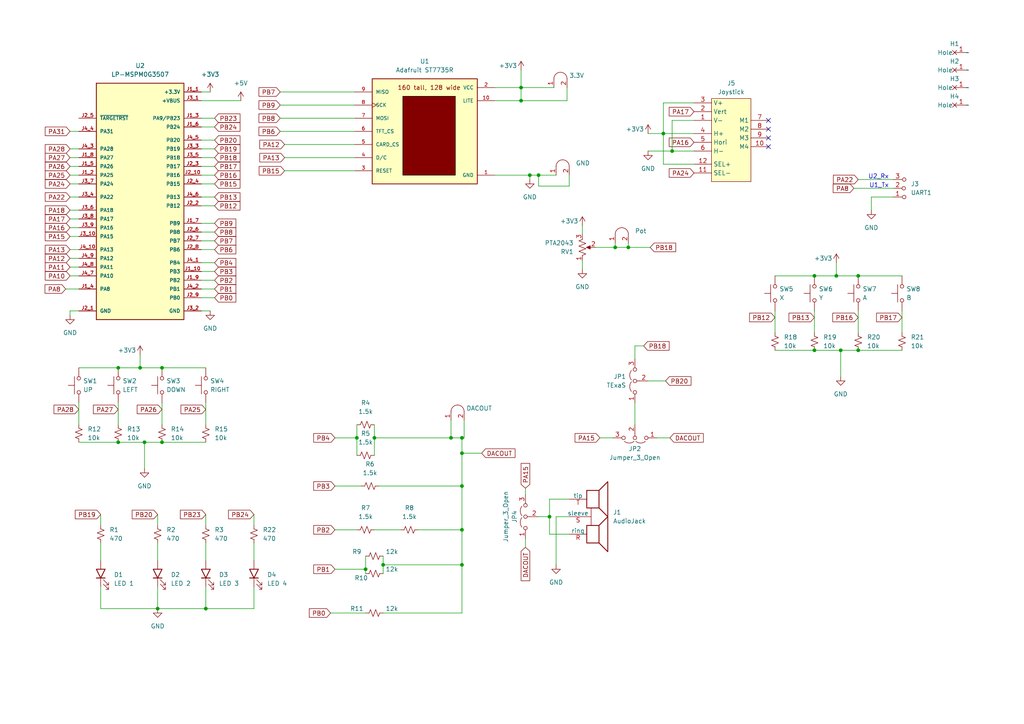
<source format=kicad_sch>
(kicad_sch (version 20250114) (generator "eeschema") (generator_version "9.0")
  (paper "A4")
  (title_block (title "Travis Beach PCB Camp") (date "2025-03-11") (rev "v1.0.1") (company "The University of Texas at Austin"))
  (lib_symbols
    (symbol "ECE319K:Adafruit_ST7735R" (pin_names (offset 1.016))
      (property "Reference" "U?" (at -15.24 16.002 0))
      (property "Value" "Adafruit ST7735R" (at -15.24 -17.78 0))
      (symbol "Adafruit_ST7735R_0_0"
        (rectangle (start -15.24 15.24) (end 15.24 -15.24) (stroke (width 0.254)) (fill (type background)))
      )
      (symbol "Adafruit_ST7735R_1_0"
        (pin output line (at -20.32 11.43 0) (length 5.08) (name "MISO") (number "9"))
        (pin input clock (at -20.32 7.62 0) (length 5.08) (name "SCK") (number "8"))
        (pin input line (at -20.32 3.81 0) (length 5.08) (name "MOSI") (number "7"))
        (pin input line (at -20.32 0 0) (length 5.08) (name "TFT_CS") (number "6"))
        (pin input line (at -20.32 -3.81 0) (length 5.08) (name "CARD_CS") (number "5"))
        (pin input line (at -20.32 -7.62 0) (length 5.08) (name "D/C") (number "4"))
        (pin input line (at -20.32 -11.43 0) (length 5.08) (name "RESET") (number "3"))
        (pin power_in line (at 20.32 12.7 180) (length 5.08) (name "VCC") (number "2"))
        (pin power_in line (at 20.32 8.89 180) (length 5.08) (name "LITE") (number "10"))
        (pin power_in line (at 20.32 -12.7 180) (length 5.08) (name "GND") (number "1"))
      )
      (symbol "Adafruit_ST7735R_1_1"
        (rectangle (start -6.35 10.16) (end 8.89 -12.7) (stroke (width 0) (color 0 0 0 1)) (fill (type color) (color 132 0 0 1)))
        (text "160 tall, 128 wide" (at 1.27 12.7 0) (effects (font (size 1.27 1.27))))
      )
    )
    (symbol "ECE319K:Header_3" (pin_names (offset 0) (hide yes))
      (property "Reference" "J" (at 0 2.794 0))
      (property "Value" "Header3" (at 0.635 -4.445 0))
      (symbol "Header_3_0_0"
        (circle (center 1.905 2.54) (radius 0.508))
      )
      (symbol "Header_3_1_0"
        (circle (center 1.905 -2.54) (radius 0.508))
        (circle (center 2.032 0) (radius 0.508))
      )
      (symbol "Header_3_1_1"
        (pin passive line (at 5.08 2.54 180) (length 2.54) (name "A") (number "1"))
        (pin passive line (at 5.08 0 180) (length 2.54) (name "B") (number "2"))
        (pin passive line (at 5.08 -2.54 180) (length 2.54) (name "C") (number "3"))
      )
    )
    (symbol "ECE319K:HeadphoneJack" (pin_names (offset 0))
      (property "Reference" "J" (at 1.27 5.715 0))
      (property "Value" "AudioJack" (at 1.27 3.81 0))
      (symbol "HeadphoneJack_0_0"
        (rectangle (start -2.54 1.27) (end 1.016 -3.81) (stroke (width 0.254)))
        (rectangle (start -2.54 -8.89) (end 1.016 -13.97) (stroke (width 0.254)))
        (polyline (pts (xy 1.016 1.27) (xy 3.556 3.81) (xy 3.556 -6.35) (xy 1.016 -3.81)) (stroke (width 0.254)))
        (polyline (pts (xy 1.016 -8.89) (xy 3.556 -6.35) (xy 3.556 -16.51) (xy 1.016 -13.97)) (stroke (width 0.254)))
      )
      (symbol "HeadphoneJack_0_1"
        (polyline (pts (xy -2.54 -6.35) (xy -1.27 -6.35) (xy -1.27 -3.81) (xy -1.27 -8.89)))
      )
      (symbol "HeadphoneJack_1_1"
        (pin input line (at -7.62 -1.27 0) (length 5.12) (name "tip") (number "T"))
        (pin input line (at -7.62 -6.35 0) (length 5.12) (name "sleeve") (number "S"))
        (pin input line (at -7.62 -11.43 0) (length 5.12) (name "ring") (number "R"))
      )
    )
    (symbol "ECE319K:Jumper_3_Open" (pin_names (offset 0) (hide yes))
      (property "Reference" "JP" (at -2.54 -2.54 0))
      (property "Value" "Jumper_3_Open" (at 0 2.794 0))
      (symbol "Jumper_3_Open_0_0"
        (circle (center -3.302 0) (radius 0.508))
        (circle (center 0 0) (radius 0.508))
        (circle (center 3.302 0) (radius 0.508))
      )
      (symbol "Jumper_3_Open_0_1"
        (arc (start -3.048 1.016) (mid -1.651 1.4992) (end -0.254 1.016))
        (polyline (pts (xy 0 -0.508) (xy 0 -1.27)))
        (arc (start 0.254 1.016) (mid 1.651 1.4992) (end 3.048 1.016))
      )
      (symbol "Jumper_3_Open_1_1"
        (pin passive line (at -6.35 0 0) (length 2.54) (name "A") (number "1"))
        (pin passive line (at 0 -3.81 90) (length 2.54) (name "C") (number "2"))
        (pin passive line (at 6.35 0 180) (length 2.54) (name "B") (number "3"))
      )
    )
    (symbol "ECE319K:LED" (pin_numbers (hide yes)) (pin_names (offset 1.016) (hide yes))
      (property "Reference" "D" (at 1.27 1.27 0))
      (property "Value" "LED" (at -5.08 -1.27 0))
      (symbol "LED_0_1"
        (polyline (pts (xy -0.508 -1.778) (xy 1.016 -3.302) (xy 1.016 -2.54) (xy 1.016 -3.302) (xy 0.254 -3.302)))
        (polyline (pts (xy -0.508 -3.048) (xy 1.016 -4.572) (xy 1.016 -3.81) (xy 1.016 -4.572) (xy 0.254 -4.572)))
        (polyline (pts (xy 0 1.27) (xy -2.54 1.27) (xy -1.27 -1.27) (xy 0 1.27)) (stroke (width 0.254)))
        (polyline (pts (xy 0 -1.27) (xy -2.54 -1.27)) (stroke (width 0.254)))
      )
      (symbol "LED_1_1"
        (pin passive line (at -1.27 3.81 270) (length 2.54) (name "A") (number "2"))
        (pin passive line (at -1.27 -3.81 90) (length 2.54) (name "K") (number "1"))
      )
    )
    (symbol "ECE319K:LP-MSPM0G3507" (pin_names (offset 1.016))
      (property "Reference" "U?" (at -12.7367 34.3099 0))
      (property "Value" "LP-MSPM0G3507" (at -10.16 -38.1 0))
      (symbol "LP-MSPM0G3507_0_0"
        (rectangle (start -12.7 -35.56) (end 12.7 33.02) (stroke (width 0.254)) (fill (type background)))
      )
      (symbol "LP-MSPM0G3507_1_0"
        (pin input line (at -17.78 22.86 0) (length 5.08) (name "~{TARGETRST}") (number "J2_5"))
        (pin bidirectional line (at -17.78 19.05 0) (length 5.08) (name "PA31") (number "J4_4"))
        (pin bidirectional line (at -17.78 13.97 0) (length 5.08) (name "PA28") (number "J4_3"))
        (pin bidirectional line (at -17.78 11.43 0) (length 5.08) (name "PA27") (number "J1_8"))
        (pin bidirectional line (at -17.78 8.89 0) (length 5.08) (name "PA26") (number "J1_5"))
        (pin bidirectional line (at -17.78 6.35 0) (length 5.08) (name "PA25") (number "J1_2"))
        (pin bidirectional line (at -17.78 3.81 0) (length 5.08) (name "PA24") (number "J3_7"))
        (pin bidirectional line (at -17.78 0 0) (length 5.08) (name "PA22") (number "J3_4"))
        (pin bidirectional line (at -17.78 -3.81 0) (length 5.08) (name "PA18") (number "J3_6"))
        (pin bidirectional line (at -17.78 -6.35 0) (length 5.08) (name "PA17") (number "J3_8"))
        (pin bidirectional line (at -17.78 -8.89 0) (length 5.08) (name "PA16") (number "J3_9"))
        (pin bidirectional line (at -17.78 -11.43 0) (length 5.08) (name "PA15") (number "J3_10"))
        (pin bidirectional line (at -17.78 -15.24 0) (length 5.08) (name "PA13") (number "J4_10"))
        (pin bidirectional line (at -17.78 -17.78 0) (length 5.08) (name "PA12") (number "J4_9"))
        (pin bidirectional line (at -17.78 -20.32 0) (length 5.08) (name "PA11") (number "J4_8"))
        (pin bidirectional line (at -17.78 -22.86 0) (length 5.08) (name "PA10") (number "J4_7"))
        (pin bidirectional line (at -17.78 -26.67 0) (length 5.08) (name "PA8") (number "J1_4"))
        (pin power_out line (at -17.78 -33.02 0) (length 5.08) (name "GND") (number "J2_1"))
        (pin power_out line (at 17.78 30.48 180) (length 5.08) (name "+3.3V") (number "J1_1"))
        (pin power_out line (at 17.78 27.94 180) (length 5.08) (name "+VBUS") (number "J3_1"))
        (pin bidirectional line (at 17.78 22.86 180) (length 5.08) (name "PA9/PB23") (number "J1_3"))
        (pin bidirectional line (at 17.78 20.32 180) (length 5.08) (name "PB24") (number "J1_6"))
        (pin bidirectional line (at 17.78 16.51 180) (length 5.08) (name "PB20") (number "J4_5"))
        (pin bidirectional line (at 17.78 13.97 180) (length 5.08) (name "PB19") (number "J3_3"))
        (pin bidirectional line (at 17.78 11.43 180) (length 5.08) (name "PB18") (number "J3_5"))
        (pin bidirectional line (at 17.78 8.89 180) (length 5.08) (name "PB17") (number "J2_3"))
        (pin bidirectional line (at 17.78 6.35 180) (length 5.08) (name "PB16") (number "J2_10"))
        (pin bidirectional line (at 17.78 3.81 180) (length 5.08) (name "PB15") (number "J2_4"))
        (pin bidirectional line (at 17.78 0 180) (length 5.08) (name "PB13") (number "J4_6"))
        (pin bidirectional line (at 17.78 -2.54 180) (length 5.08) (name "PB12") (number "J2_2"))
        (pin bidirectional line (at 17.78 -7.62 180) (length 5.08) (name "PB9") (number "J1_7"))
        (pin bidirectional line (at 17.78 -10.16 180) (length 5.08) (name "PB8") (number "J2_6"))
        (pin bidirectional line (at 17.78 -12.7 180) (length 5.08) (name "PB7") (number "J2_7"))
        (pin bidirectional line (at 17.78 -15.24 180) (length 5.08) (name "PB6") (number "J2_8"))
        (pin bidirectional line (at 17.78 -19.05 180) (length 5.08) (name "PB4") (number "J4_1"))
        (pin bidirectional line (at 17.78 -21.59 180) (length 5.08) (name "PB3") (number "J1_10"))
        (pin bidirectional line (at 17.78 -24.13 180) (length 5.08) (name "PB2") (number "J1_9"))
        (pin bidirectional line (at 17.78 -26.67 180) (length 5.08) (name "PB1") (number "J4_2"))
        (pin bidirectional line (at 17.78 -29.21 180) (length 5.08) (name "PB0") (number "J2_9"))
        (pin power_out line (at 17.78 -33.02 180) (length 5.08) (name "GND") (number "J3_2"))
      )
    )
    (symbol "ECE319K:MountingHole"
      (property "Reference" "H" (at 0 0 0))
      (symbol "MountingHole_1_1"
        (pin power_in non_logic (at 0 0 180) (length 3.81) (name "Hole") (number "1"))
      )
    )
    (symbol "ECE319K:PTA2043pot" (pin_names (offset 1.016) (hide yes))
      (property "Reference" "RV" (at -4.445 0 90))
      (property "Value" "PTA2043" (at -2.54 0 90))
      (symbol "PTA2043pot_0_1"
        (polyline (pts (xy 0 2.54) (xy 0 2.286)))
        (polyline (pts (xy 0 2.286) (xy 1.016 1.905) (xy 0 1.524) (xy -1.016 1.143) (xy 0 0.762)))
        (polyline (pts (xy 0 0.762) (xy 1.016 0.381) (xy 0 0) (xy -1.016 -0.381) (xy 0 -0.762)))
        (polyline (pts (xy 0 -0.762) (xy 1.016 -1.143) (xy 0 -1.524) (xy -1.016 -1.905) (xy 0 -2.286)))
        (polyline (pts (xy 0 -2.286) (xy 0 -2.54)))
        (polyline (pts (xy 1.143 0) (xy 2.286 0.508) (xy 2.286 -0.508) (xy 1.143 0)) (fill (type outline)))
        (polyline (pts (xy 2.54 0) (xy 1.524 0)))
      )
      (symbol "PTA2043pot_1_1"
        (pin passive line (at 0 3.81 270) (length 1.27) (name "1") (number "1"))
        (pin passive line (at 0 -3.81 90) (length 1.27) (name "3") (number "3"))
        (pin passive line (at 3.81 0 180) (length 1.27) (name "2") (number "2"))
      )
    )
    (symbol "ECE319K:R_0.125W" (pin_numbers (hide yes)) (pin_names (offset 0.254) (hide yes))
      (property "Reference" "R" (at 0.762 0.508 0))
      (property "Value" "R_0.125W" (at 0.762 -1.016 0))
      (symbol "R_0.125W_1_1"
        (polyline (pts (xy 0 1.524) (xy 1.016 1.143) (xy 0 0.762) (xy -1.016 0.381) (xy 0 0)))
        (polyline (pts (xy 0 0) (xy 1.016 -0.381) (xy 0 -0.762) (xy -1.016 -1.143) (xy 0 -1.524)))
        (pin passive line (at 0 2.54 270) (length 1.016) (name "~") (number "1"))
        (pin passive line (at 0 -2.54 90) (length 1.016) (name "~") (number "2"))
      )
    )
    (symbol "ECE319K:SW_Push" (pin_numbers (hide yes)) (pin_names (offset 1.016) (hide yes))
      (property "Reference" "SW101" (at 1.27 -1.27 90))
      (property "Value" "UP" (at -1.27 -1.27 90))
      (symbol "SW_Push_0_1"
        (circle (center -2.032 0) (radius 0.508))
        (polyline (pts (xy 0 1.27) (xy 0 3.048)))
        (circle (center 2.032 0) (radius 0.508))
        (polyline (pts (xy 2.54 1.27) (xy -2.54 1.27)))
        (pin passive line (at -5.08 0 0) (length 2.54) (name "1") (number "1"))
        (pin passive line (at 5.08 0 180) (length 2.54) (name "2") (number "2"))
      )
    )
    (symbol "ECE319K:Testpoint" (pin_names (offset 0) (hide yes))
      (property "Reference" "TP" (at 0 2.794 0))
      (property "Value" "TP" (at 0 -2.286 0))
      (symbol "Testpoint_0_1"
        (arc (start 0.0001 4.4451) (mid 1.3471 3.8871) (end 1.9051 2.5401))
        (arc (start -1.905 2.54) (mid -1.347 3.887) (end 0 4.445))
      )
      (symbol "Testpoint_1_1"
        (pin passive line (at -1.905 0 90) (length 2.54) (name "A") (number "1"))
        (pin passive line (at 1.905 0 90) (length 2.54) (name "B") (number "2"))
      )
    )
    (symbol "ECE_319K:Joystick_Sparkfun_COM-09032"
      (property "Reference" "J" (at -1.27 12.7 0))
      (property "Value" "Joystick" (at 0 0 0))
      (symbol "Joystick_Sparkfun_COM-09032_1_1"
        (rectangle (start -5.08 11.43) (end 6.35 -12.7) (fill (type background)))
        (pin passive line (at -10.16 10.16 0) (length 5.12) (name "V+") (number "3"))
        (pin passive line (at -10.16 7.62 0) (length 5.12) (name "Vert") (number "2"))
        (pin passive line (at -10.16 5.08 0) (length 5.12) (name "V-") (number "1"))
        (pin passive line (at -10.16 1.27 0) (length 5.12) (name "H+") (number "4"))
        (pin passive line (at -10.16 -1.27 0) (length 5.12) (name "Hori") (number "5"))
        (pin passive line (at -10.16 -3.81 0) (length 5.12) (name "H-") (number "6"))
        (pin passive line (at -10.16 -7.62 0) (length 5.12) (name "SEL+") (number "12"))
        (pin passive line (at -10.16 -10.16 0) (length 5.12) (name "SEL-") (number "11"))
        (pin free line (at 11.43 5.08 180) (length 5.12) (name "M1") (number "7"))
        (pin free line (at 11.43 2.54 180) (length 5.12) (name "M2") (number "8"))
        (pin free line (at 11.43 0 180) (length 5.12) (name "M3") (number "9"))
        (pin free line (at 11.43 -2.54 180) (length 5.12) (name "M4") (number "10"))
      )
    )
    (symbol "ECE_319K:Jumper_3_Open" (pin_names (offset 0) (hide yes))
      (property "Reference" "JP" (at -2.54 -2.54 0))
      (property "Value" "Jumper_3_Open" (at 0 2.794 0))
      (symbol "Jumper_3_Open_0_0"
        (circle (center -3.302 0) (radius 0.508))
        (circle (center 0 0) (radius 0.508))
        (circle (center 3.302 0) (radius 0.508))
      )
      (symbol "Jumper_3_Open_0_1"
        (arc (start -3.048 1.016) (mid -1.651 1.4992) (end -0.254 1.016))
        (polyline (pts (xy 0 -0.508) (xy 0 -1.27)))
        (arc (start 0.254 1.016) (mid 1.651 1.4992) (end 3.048 1.016))
      )
      (symbol "Jumper_3_Open_1_1"
        (pin passive line (at -6.35 0 0) (length 2.54) (name "A") (number "1"))
        (pin passive line (at 0 -3.81 90) (length 2.54) (name "C") (number "2"))
        (pin passive line (at 6.35 0 180) (length 2.54) (name "B") (number "3"))
      )
    )
    (symbol "power:+3V3" (power) (pin_names (offset 0))
      (property "Value" "+3V3" (at 0 3.556 0))
      (symbol "+3V3_0_1"
        (polyline (pts (xy -0.762 1.27) (xy 0 2.54)))
        (polyline (pts (xy 0 2.54) (xy 0.762 1.27)))
        (polyline (pts (xy 0 0) (xy 0 2.54)))
      )
      (symbol "+3V3_1_1"
        (pin power_in line (at 0 0 90) (length 0) (hide yes) (name "+3V3") (number "1"))
      )
    )
    (symbol "power:+5V" (power) (pin_names (offset 0))
      (property "Value" "+5V" (at 0 3.556 0))
      (symbol "+5V_0_1"
        (polyline (pts (xy -0.762 1.27) (xy 0 2.54)))
        (polyline (pts (xy 0 2.54) (xy 0.762 1.27)))
        (polyline (pts (xy 0 0) (xy 0 2.54)))
      )
      (symbol "+5V_1_1"
        (pin power_in line (at 0 0 90) (length 0) (hide yes) (name "+5V") (number "1"))
      )
    )
    (symbol "power:GND" (power) (pin_names (offset 0))
      (property "Value" "GND" (at 0 -3.81 0))
      (symbol "GND_0_1"
        (polyline (pts (xy 0 0) (xy 0 -1.27) (xy 1.27 -1.27) (xy 0 -2.54) (xy -1.27 -1.27) (xy 0 -1.27)))
      )
      (symbol "GND_1_1"
        (pin power_in line (at 0 0 270) (length 0) (hide yes) (name "GND") (number "1"))
      )
    )
  )
  (text "U2_Rx" (at 257.81 52.07 0) (effects (font (size 1.27 1.27)) (justify right bottom)))
  (text "U1_Tx" (at 257.81 54.61 0) (effects (font (size 1.27 1.27)) (justify right bottom)))
  (junction (at 248.92 80.01))
  (junction (at 34.29 128.27))
  (junction (at 248.92 101.6))
  (junction (at 41.91 128.27))
  (junction (at 236.22 101.6))
  (junction (at 159.385 149.86))
  (junction (at 103.505 127))
  (junction (at 45.72 176.53))
  (junction (at 46.99 106.68))
  (junction (at 178.435 71.755))
  (junction (at 133.985 131.445))
  (junction (at 106.045 165.1))
  (junction (at 34.29 106.68))
  (junction (at 108.585 127))
  (junction (at 236.22 80.01))
  (junction (at 59.69 176.53))
  (junction (at 133.985 127))
  (junction (at 243.84 101.6))
  (junction (at 153.67 50.8))
  (junction (at 151.13 25.4))
  (junction (at 133.985 163.83))
  (junction (at 156.21 50.8))
  (junction (at 192.405 38.735))
  (junction (at 242.57 80.01))
  (junction (at 130.81 127))
  (junction (at 111.125 163.83))
  (junction (at 46.99 128.27))
  (junction (at 133.985 153.67))
  (junction (at 151.13 29.21))
  (junction (at 182.245 71.755))
  (junction (at 40.64 106.68))
  (junction (at 133.985 140.97))
  (junction (at 194.945 43.815))
  (no_connect (at 222.885 34.925))
  (no_connect (at 222.885 37.465))
  (no_connect (at 222.885 40.005))
  (no_connect (at 222.885 42.545))
  (wire (pts (xy 73.66 170.18) (xy 73.66 176.53)))
  (wire (pts (xy 133.985 163.83) (xy 133.985 153.67)))
  (wire (pts (xy 59.69 149.225) (xy 59.69 152.4)))
  (wire (pts (xy 165.1 53.975) (xy 156.21 53.975)))
  (wire (pts (xy 111.125 177.8) (xy 133.985 177.8)))
  (wire (pts (xy 248.92 101.6) (xy 261.62 101.6)))
  (wire (pts (xy 58.42 86.36) (xy 62.23 86.36)))
  (wire (pts (xy 58.42 57.15) (xy 62.23 57.15)))
  (wire (pts (xy 194.945 43.815) (xy 201.295 43.815)))
  (wire (pts (xy 73.66 157.48) (xy 73.66 162.56)))
  (wire (pts (xy 81.28 38.1) (xy 102.87 38.1)))
  (wire (pts (xy 165.1 149.86) (xy 161.29 149.86)))
  (wire (pts (xy 29.21 149.225) (xy 29.21 152.4)))
  (wire (pts (xy 97.155 127) (xy 103.505 127)))
  (wire (pts (xy 248.92 80.01) (xy 261.62 80.01)))
  (wire (pts (xy 58.42 50.8) (xy 62.23 50.8)))
  (wire (pts (xy 156.21 149.86) (xy 159.385 149.86)))
  (wire (pts (xy 173.99 127) (xy 177.8 127)))
  (wire (pts (xy 20.32 91.44) (xy 20.32 90.17)))
  (wire (pts (xy 248.92 90.17) (xy 248.92 96.52)))
  (wire (pts (xy 130.81 127) (xy 133.985 127)))
  (wire (pts (xy 20.32 68.58) (xy 22.86 68.58)))
  (wire (pts (xy 58.42 26.67) (xy 60.96 26.67)))
  (wire (pts (xy 20.32 66.04) (xy 22.86 66.04)))
  (wire (pts (xy 34.29 128.27) (xy 41.91 128.27)))
  (wire (pts (xy 22.86 106.68) (xy 34.29 106.68)))
  (wire (pts (xy 164.465 25.4) (xy 164.465 29.21)))
  (wire (pts (xy 247.65 54.61) (xy 259.08 54.61)))
  (wire (pts (xy 58.42 45.72) (xy 62.23 45.72)))
  (wire (pts (xy 108.585 153.67) (xy 116.205 153.67)))
  (wire (pts (xy 34.29 106.68) (xy 40.64 106.68)))
  (wire (pts (xy 58.42 40.64) (xy 62.23 40.64)))
  (wire (pts (xy 20.32 38.1) (xy 22.86 38.1)))
  (wire (pts (xy 97.155 153.67) (xy 103.505 153.67)))
  (wire (pts (xy 34.29 116.84) (xy 34.29 123.19)))
  (wire (pts (xy 134.62 127) (xy 133.985 127)))
  (wire (pts (xy 59.69 176.53) (xy 45.72 176.53)))
  (wire (pts (xy 111.125 163.83) (xy 111.125 166.37)))
  (wire (pts (xy 111.125 163.83) (xy 133.985 163.83)))
  (wire (pts (xy 29.21 157.48) (xy 29.21 162.56)))
  (wire (pts (xy 29.21 170.18) (xy 29.21 176.53)))
  (wire (pts (xy 40.64 106.68) (xy 46.99 106.68)))
  (wire (pts (xy 152.4 141.605) (xy 152.4 143.51)))
  (wire (pts (xy 165.1 144.78) (xy 159.385 144.78)))
  (wire (pts (xy 243.84 101.6) (xy 248.92 101.6)))
  (wire (pts (xy 194.945 34.925) (xy 194.945 43.815)))
  (wire (pts (xy 59.69 157.48) (xy 59.69 162.56)))
  (wire (pts (xy 184.15 104.14) (xy 184.15 100.33)))
  (wire (pts (xy 58.42 72.39) (xy 62.23 72.39)))
  (wire (pts (xy 133.985 127) (xy 133.985 131.445)))
  (wire (pts (xy 81.28 34.29) (xy 102.87 34.29)))
  (wire (pts (xy 20.32 48.26) (xy 22.86 48.26)))
  (wire (pts (xy 58.42 83.82) (xy 62.23 83.82)))
  (wire (pts (xy 19.05 83.82) (xy 22.86 83.82)))
  (wire (pts (xy 133.985 131.445) (xy 133.985 140.97)))
  (wire (pts (xy 161.29 149.86) (xy 161.29 163.83)))
  (wire (pts (xy 187.96 110.49) (xy 193.04 110.49)))
  (wire (pts (xy 41.91 128.27) (xy 46.99 128.27)))
  (wire (pts (xy 236.22 101.6) (xy 243.84 101.6)))
  (wire (pts (xy 58.42 76.2) (xy 62.23 76.2)))
  (wire (pts (xy 243.84 101.6) (xy 243.84 109.22)))
  (wire (pts (xy 236.22 90.17) (xy 236.22 96.52)))
  (wire (pts (xy 20.32 63.5) (xy 22.86 63.5)))
  (wire (pts (xy 192.405 38.735) (xy 192.405 47.625)))
  (wire (pts (xy 106.045 161.29) (xy 106.045 165.1)))
  (wire (pts (xy 192.405 38.735) (xy 201.295 38.735)))
  (wire (pts (xy 58.42 34.29) (xy 62.23 34.29)))
  (wire (pts (xy 109.855 140.97) (xy 133.985 140.97)))
  (wire (pts (xy 97.155 165.1) (xy 106.045 165.1)))
  (wire (pts (xy 242.57 76.2) (xy 242.57 80.01)))
  (wire (pts (xy 159.385 149.86) (xy 159.385 154.94)))
  (wire (pts (xy 82.55 49.53) (xy 102.87 49.53)))
  (wire (pts (xy 46.99 128.27) (xy 59.69 128.27)))
  (wire (pts (xy 156.21 53.975) (xy 156.21 50.8)))
  (wire (pts (xy 111.125 161.29) (xy 111.125 163.83)))
  (wire (pts (xy 159.385 154.94) (xy 165.1 154.94)))
  (wire (pts (xy 45.72 157.48) (xy 45.72 162.56)))
  (wire (pts (xy 59.69 116.84) (xy 59.69 123.19)))
  (wire (pts (xy 192.405 47.625) (xy 201.295 47.625)))
  (wire (pts (xy 29.21 176.53) (xy 45.72 176.53)))
  (wire (pts (xy 58.42 64.77) (xy 62.23 64.77)))
  (wire (pts (xy 192.405 29.845) (xy 201.295 29.845)))
  (wire (pts (xy 184.15 100.33) (xy 186.69 100.33)))
  (wire (pts (xy 45.72 149.225) (xy 45.72 152.4)))
  (wire (pts (xy 151.13 25.4) (xy 151.13 20.32)))
  (wire (pts (xy 133.985 153.67) (xy 133.985 140.97)))
  (wire (pts (xy 20.32 50.8) (xy 22.86 50.8)))
  (wire (pts (xy 106.045 165.1) (xy 106.045 166.37)))
  (wire (pts (xy 248.92 52.07) (xy 259.08 52.07)))
  (wire (pts (xy 194.945 34.925) (xy 201.295 34.925)))
  (wire (pts (xy 261.62 90.17) (xy 261.62 96.52)))
  (wire (pts (xy 130.81 121.92) (xy 130.81 127)))
  (wire (pts (xy 58.42 48.26) (xy 62.23 48.26)))
  (wire (pts (xy 133.985 131.445) (xy 139.7 131.445)))
  (wire (pts (xy 40.64 102.87) (xy 40.64 106.68)))
  (wire (pts (xy 153.67 50.8) (xy 153.67 52.07)))
  (wire (pts (xy 58.42 29.21) (xy 69.85 29.21)))
  (wire (pts (xy 165.1 50.8) (xy 165.1 53.975)))
  (wire (pts (xy 172.72 71.755) (xy 178.435 71.755)))
  (wire (pts (xy 103.505 127) (xy 103.505 123.19)))
  (wire (pts (xy 168.91 75.565) (xy 168.91 78.105)))
  (wire (pts (xy 59.69 170.18) (xy 59.69 176.53)))
  (wire (pts (xy 236.22 80.01) (xy 242.57 80.01)))
  (wire (pts (xy 22.86 116.84) (xy 22.86 123.19)))
  (wire (pts (xy 242.57 80.01) (xy 248.92 80.01)))
  (wire (pts (xy 22.86 128.27) (xy 34.29 128.27)))
  (wire (pts (xy 82.55 45.72) (xy 102.87 45.72)))
  (wire (pts (xy 20.32 57.15) (xy 22.86 57.15)))
  (wire (pts (xy 121.285 153.67) (xy 133.985 153.67)))
  (wire (pts (xy 184.15 116.84) (xy 184.15 123.19)))
  (wire (pts (xy 224.79 90.17) (xy 224.79 96.52)))
  (wire (pts (xy 252.73 57.15) (xy 252.73 60.96)))
  (wire (pts (xy 178.435 71.755) (xy 182.245 71.755)))
  (wire (pts (xy 95.885 177.8) (xy 106.045 177.8)))
  (wire (pts (xy 20.32 74.93) (xy 22.86 74.93)))
  (wire (pts (xy 20.32 90.17) (xy 22.86 90.17)))
  (wire (pts (xy 151.13 29.21) (xy 151.13 25.4)))
  (wire (pts (xy 182.245 71.755) (xy 188.595 71.755)))
  (wire (pts (xy 46.99 106.68) (xy 59.69 106.68)))
  (wire (pts (xy 108.585 127) (xy 130.81 127)))
  (wire (pts (xy 103.505 127) (xy 103.505 132.08)))
  (wire (pts (xy 190.5 127) (xy 194.31 127)))
  (wire (pts (xy 224.79 101.6) (xy 236.22 101.6)))
  (wire (pts (xy 143.51 50.8) (xy 153.67 50.8)))
  (wire (pts (xy 58.42 90.17) (xy 60.96 90.17)))
  (wire (pts (xy 58.42 67.31) (xy 62.23 67.31)))
  (wire (pts (xy 187.96 43.815) (xy 194.945 43.815)))
  (wire (pts (xy 58.42 81.28) (xy 62.23 81.28)))
  (wire (pts (xy 143.51 25.4) (xy 151.13 25.4)))
  (wire (pts (xy 73.66 149.225) (xy 73.66 152.4)))
  (wire (pts (xy 108.585 127) (xy 108.585 132.08)))
  (wire (pts (xy 73.66 176.53) (xy 59.69 176.53)))
  (wire (pts (xy 41.91 128.27) (xy 41.91 135.89)))
  (wire (pts (xy 192.405 29.845) (xy 192.405 38.735)))
  (wire (pts (xy 97.155 140.97) (xy 104.775 140.97)))
  (wire (pts (xy 224.79 80.01) (xy 236.22 80.01)))
  (wire (pts (xy 20.32 80.01) (xy 22.86 80.01)))
  (wire (pts (xy 81.28 26.67) (xy 102.87 26.67)))
  (wire (pts (xy 187.96 38.735) (xy 192.405 38.735)))
  (wire (pts (xy 20.32 77.47) (xy 22.86 77.47)))
  (wire (pts (xy 58.42 53.34) (xy 62.23 53.34)))
  (wire (pts (xy 153.67 50.8) (xy 156.21 50.8)))
  (wire (pts (xy 259.08 57.15) (xy 252.73 57.15)))
  (wire (pts (xy 81.28 30.48) (xy 102.87 30.48)))
  (wire (pts (xy 46.99 116.84) (xy 46.99 123.19)))
  (wire (pts (xy 58.42 78.74) (xy 62.23 78.74)))
  (wire (pts (xy 20.32 45.72) (xy 22.86 45.72)))
  (wire (pts (xy 45.72 170.18) (xy 45.72 176.53)))
  (wire (pts (xy 151.13 25.4) (xy 160.655 25.4)))
  (wire (pts (xy 182.245 70.485) (xy 182.245 71.755)))
  (wire (pts (xy 108.585 123.19) (xy 108.585 127)))
  (wire (pts (xy 164.465 29.21) (xy 151.13 29.21)))
  (wire (pts (xy 20.32 43.18) (xy 22.86 43.18)))
  (wire (pts (xy 168.91 65.405) (xy 168.91 67.945)))
  (wire (pts (xy 20.32 72.39) (xy 22.86 72.39)))
  (wire (pts (xy 159.385 144.78) (xy 159.385 149.86)))
  (wire (pts (xy 133.985 177.8) (xy 133.985 163.83)))
  (wire (pts (xy 58.42 43.18) (xy 62.23 43.18)))
  (wire (pts (xy 178.435 70.485) (xy 178.435 71.755)))
  (wire (pts (xy 152.4 156.21) (xy 152.4 158.75)))
  (wire (pts (xy 134.62 121.92) (xy 134.62 127)))
  (wire (pts (xy 58.42 59.69) (xy 62.23 59.69)))
  (wire (pts (xy 58.42 69.85) (xy 62.23 69.85)))
  (wire (pts (xy 58.42 36.83) (xy 62.23 36.83)))
  (wire (pts (xy 20.32 60.96) (xy 22.86 60.96)))
  (wire (pts (xy 143.51 29.21) (xy 151.13 29.21)))
  (wire (pts (xy 20.32 53.34) (xy 22.86 53.34)))
  (wire (pts (xy 156.21 50.8) (xy 161.29 50.8)))
  (wire (pts (xy 82.55 41.91) (xy 102.87 41.91)))
  (global_label "PA13" (shape input) (at 82.55 45.72 180) (property "Intersheetrefs" "${INTERSHEET_REFS}" (effects (hide yes))))
  (global_label "PB4" (shape input) (at 97.155 127 180) (property "Intersheetrefs" "${INTERSHEET_REFS}" (effects (hide yes))))
  (global_label "PB8" (shape input) (at 62.23 67.31 0) (property "Intersheetrefs" "${INTERSHEET_REFS}" (effects (hide yes))))
  (global_label "PB13" (shape input) (at 236.22 92.075 180) (property "Intersheetrefs" "${INTERSHEET_REFS}" (effects (hide yes))))
  (global_label "PA12" (shape input) (at 82.55 41.91 180) (property "Intersheetrefs" "${INTERSHEET_REFS}" (effects (hide yes))))
  (global_label "PB6" (shape input) (at 62.23 72.39 0) (property "Intersheetrefs" "${INTERSHEET_REFS}" (effects (hide yes))))
  (global_label "PB6" (shape input) (at 81.28 38.1 180) (property "Intersheetrefs" "${INTERSHEET_REFS}" (effects (hide yes))))
  (global_label "PB18" (shape input) (at 186.69 100.33 0) (property "Intersheetrefs" "${INTERSHEET_REFS}" (effects (hide yes))))
  (global_label "PB15" (shape input) (at 62.23 53.34 0) (property "Intersheetrefs" "${INTERSHEET_REFS}" (effects (hide yes))))
  (global_label "PB7" (shape input) (at 81.28 26.67 180) (property "Intersheetrefs" "${INTERSHEET_REFS}" (effects (hide yes))))
  (global_label "PB20" (shape input) (at 193.04 110.49 0) (property "Intersheetrefs" "${INTERSHEET_REFS}" (effects (hide yes))))
  (global_label "PA25" (shape input) (at 20.32 50.8 180) (property "Intersheetrefs" "${INTERSHEET_REFS}" (effects (hide yes))))
  (global_label "PA27" (shape input) (at 34.29 118.745 180) (property "Intersheetrefs" "${INTERSHEET_REFS}" (effects (hide yes))))
  (global_label "PA22" (shape input) (at 20.32 57.15 180) (property "Intersheetrefs" "${INTERSHEET_REFS}" (effects (hide yes))))
  (global_label "PB12" (shape input) (at 224.79 92.075 180) (property "Intersheetrefs" "${INTERSHEET_REFS}" (effects (hide yes))))
  (global_label "PB18" (shape input) (at 62.23 45.72 0) (property "Intersheetrefs" "${INTERSHEET_REFS}" (effects (hide yes))))
  (global_label "PA24" (shape input) (at 20.32 53.34 180) (property "Intersheetrefs" "${INTERSHEET_REFS}" (effects (hide yes))))
  (global_label "PB16" (shape input) (at 248.92 92.075 180) (property "Intersheetrefs" "${INTERSHEET_REFS}" (effects (hide yes))))
  (global_label "PB7" (shape input) (at 62.23 69.85 0) (property "Intersheetrefs" "${INTERSHEET_REFS}" (effects (hide yes))))
  (global_label "PB23" (shape input) (at 59.69 149.225 180) (property "Intersheetrefs" "${INTERSHEET_REFS}" (effects (hide yes))))
  (global_label "PB23" (shape input) (at 62.23 34.29 0) (property "Intersheetrefs" "${INTERSHEET_REFS}" (effects (hide yes))))
  (global_label "PA15" (shape input) (at 20.32 68.58 180) (property "Intersheetrefs" "${INTERSHEET_REFS}" (effects (hide yes))))
  (global_label "PB18" (shape input) (at 188.595 71.755 0) (property "Intersheetrefs" "${INTERSHEET_REFS}" (effects (hide yes))))
  (global_label "PB3" (shape input) (at 62.23 78.74 0) (property "Intersheetrefs" "${INTERSHEET_REFS}" (effects (hide yes))))
  (global_label "PB20" (shape input) (at 45.72 149.225 180) (property "Intersheetrefs" "${INTERSHEET_REFS}" (effects (hide yes))))
  (global_label "PB19" (shape input) (at 29.21 149.225 180) (property "Intersheetrefs" "${INTERSHEET_REFS}" (effects (hide yes))))
  (global_label "PA31" (shape input) (at 20.32 38.1 180) (property "Intersheetrefs" "${INTERSHEET_REFS}" (effects (hide yes))))
  (global_label "PA26" (shape input) (at 20.32 48.26 180) (property "Intersheetrefs" "${INTERSHEET_REFS}" (effects (hide yes))))
  (global_label "PA17" (shape input) (at 20.32 63.5 180) (property "Intersheetrefs" "${INTERSHEET_REFS}" (effects (hide yes))))
  (global_label "PB3" (shape input) (at 97.155 140.97 180) (property "Intersheetrefs" "${INTERSHEET_REFS}" (effects (hide yes))))
  (global_label "PB9" (shape input) (at 62.23 64.77 0) (property "Intersheetrefs" "${INTERSHEET_REFS}" (effects (hide yes))))
  (global_label "PA13" (shape input) (at 20.32 72.39 180) (property "Intersheetrefs" "${INTERSHEET_REFS}" (effects (hide yes))))
  (global_label "PB17" (shape input) (at 62.23 48.26 0) (property "Intersheetrefs" "${INTERSHEET_REFS}" (effects (hide yes))))
  (global_label "PB8" (shape input) (at 81.28 34.29 180) (property "Intersheetrefs" "${INTERSHEET_REFS}" (effects (hide yes))))
  (global_label "PA28" (shape input) (at 22.86 118.745 180) (property "Intersheetrefs" "${INTERSHEET_REFS}" (effects (hide yes))))
  (global_label "PA10" (shape input) (at 20.32 80.01 180) (property "Intersheetrefs" "${INTERSHEET_REFS}" (effects (hide yes))))
  (global_label "DACOUT" (shape input) (at 139.7 131.445 0) (property "Intersheetrefs" "${INTERSHEET_REFS}" (effects (hide yes))))
  (global_label "PB17" (shape input) (at 261.62 92.075 180) (property "Intersheetrefs" "${INTERSHEET_REFS}" (effects (hide yes))))
  (global_label "PA26" (shape input) (at 46.99 118.745 180) (property "Intersheetrefs" "${INTERSHEET_REFS}" (effects (hide yes))))
  (global_label "PA17" (shape input) (at 201.295 32.385 180) (property "Intersheetrefs" "${INTERSHEET_REFS}" (effects (hide yes))))
  (global_label "PA12" (shape input) (at 20.32 74.93 180) (property "Intersheetrefs" "${INTERSHEET_REFS}" (effects (hide yes))))
  (global_label "PB0" (shape input) (at 95.885 177.8 180) (property "Intersheetrefs" "${INTERSHEET_REFS}" (effects (hide yes))))
  (global_label "PB4" (shape input) (at 62.23 76.2 0) (property "Intersheetrefs" "${INTERSHEET_REFS}" (effects (hide yes))))
  (global_label "DACOUT" (shape input) (at 194.31 127 0) (property "Intersheetrefs" "${INTERSHEET_REFS}" (effects (hide yes))))
  (global_label "PB24" (shape input) (at 62.23 36.83 0) (property "Intersheetrefs" "${INTERSHEET_REFS}" (effects (hide yes))))
  (global_label "PB13" (shape input) (at 62.23 57.15 0) (property "Intersheetrefs" "${INTERSHEET_REFS}" (effects (hide yes))))
  (global_label "PA24" (shape input) (at 201.295 50.165 180) (property "Intersheetrefs" "${INTERSHEET_REFS}" (effects (hide yes))))
  (global_label "PA11" (shape input) (at 20.32 77.47 180) (property "Intersheetrefs" "${INTERSHEET_REFS}" (effects (hide yes))))
  (global_label "PA27" (shape input) (at 20.32 45.72 180) (property "Intersheetrefs" "${INTERSHEET_REFS}" (effects (hide yes))))
  (global_label "PA18" (shape input) (at 20.32 60.96 180) (property "Intersheetrefs" "${INTERSHEET_REFS}" (effects (hide yes))))
  (global_label "DACOUT" (shape input) (at 152.4 158.75 270) (property "Intersheetrefs" "${INTERSHEET_REFS}" (effects (hide yes))))
  (global_label "PA25" (shape input) (at 59.69 118.745 180) (property "Intersheetrefs" "${INTERSHEET_REFS}" (effects (hide yes))))
  (global_label "PB12" (shape input) (at 62.23 59.69 0) (property "Intersheetrefs" "${INTERSHEET_REFS}" (effects (hide yes))))
  (global_label "PB1" (shape input) (at 62.23 83.82 0) (property "Intersheetrefs" "${INTERSHEET_REFS}" (effects (hide yes))))
  (global_label "PA16" (shape input) (at 20.32 66.04 180) (property "Intersheetrefs" "${INTERSHEET_REFS}" (effects (hide yes))))
  (global_label "PB16" (shape input) (at 62.23 50.8 0) (property "Intersheetrefs" "${INTERSHEET_REFS}" (effects (hide yes))))
  (global_label "PB20" (shape input) (at 62.23 40.64 0) (property "Intersheetrefs" "${INTERSHEET_REFS}" (effects (hide yes))))
  (global_label "PA28" (shape input) (at 20.32 43.18 180) (property "Intersheetrefs" "${INTERSHEET_REFS}" (effects (hide yes))))
  (global_label "PB24" (shape input) (at 73.66 149.225 180) (property "Intersheetrefs" "${INTERSHEET_REFS}" (effects (hide yes))))
  (global_label "PB2" (shape input) (at 97.155 153.67 180) (property "Intersheetrefs" "${INTERSHEET_REFS}" (effects (hide yes))))
  (global_label "PB9" (shape input) (at 81.28 30.48 180) (property "Intersheetrefs" "${INTERSHEET_REFS}" (effects (hide yes))))
  (global_label "PA8" (shape input) (at 19.05 83.82 180) (property "Intersheetrefs" "${INTERSHEET_REFS}" (effects (hide yes))))
  (global_label "PA16" (shape input) (at 201.295 41.275 180) (property "Intersheetrefs" "${INTERSHEET_REFS}" (effects (hide yes))))
  (global_label "PA8" (shape input) (at 247.65 54.61 180) (property "Intersheetrefs" "${INTERSHEET_REFS}" (effects (hide yes))))
  (global_label "PB1" (shape input) (at 97.155 165.1 180) (property "Intersheetrefs" "${INTERSHEET_REFS}" (effects (hide yes))))
  (global_label "PB0" (shape input) (at 62.23 86.36 0) (property "Intersheetrefs" "${INTERSHEET_REFS}" (effects (hide yes))))
  (global_label "PA15" (shape input) (at 173.99 127 180) (property "Intersheetrefs" "${INTERSHEET_REFS}" (effects (hide yes))))
  (global_label "PB19" (shape input) (at 62.23 43.18 0) (property "Intersheetrefs" "${INTERSHEET_REFS}" (effects (hide yes))))
  (global_label "PA15" (shape input) (at 152.4 141.605 90) (property "Intersheetrefs" "${INTERSHEET_REFS}" (effects (hide yes))))
  (global_label "PA22" (shape input) (at 248.92 52.07 180) (property "Intersheetrefs" "${INTERSHEET_REFS}" (effects (hide yes))))
  (global_label "PB2" (shape input) (at 62.23 81.28 0) (property "Intersheetrefs" "${INTERSHEET_REFS}" (effects (hide yes))))
  (global_label "PB15" (shape input) (at 82.55 49.53 180) (property "Intersheetrefs" "${INTERSHEET_REFS}" (effects (hide yes))))
  (symbol (lib_id "ECE319K:MountingHole") (at 280.67 30.48 0) (unit 1)
    (property "Reference" "H4" (at 276.86 27.94 0))
    (property "Value" "~" (at 280.67 30.48 0))
    (property "Footprint" "ECE319K:MountingHole_4_40" (effects (hide yes)))
  )
  (symbol (lib_id "ECE_319K:Jumper_3_Open") (at 152.4 149.86 90) (unit 1)
    (property "Reference" "JP4" (at 149.225 149.86 0))
    (property "Value" "Jumper_3_Open" (at 146.685 149.86 0))
    (property "Footprint" "ECE319K:PinHeader_1x03_P2.54mm_Vertical" (effects (hide yes)))
    (property "Description" "Jumper, 3-pole, both open" (effects (hide yes)))
  )
  (symbol (lib_id "ECE319K:Adafruit_ST7735R") (at 123.19 38.1 0) (unit 1)
    (property "Reference" "U1" (at 123.19 17.78 0))
    (property "Value" "Adafruit ST7735R" (at 123.19 20.32 0))
    (property "Footprint" "ECE319K:adafruit_st7735r" (effects (hide yes)))
    (property "Datasheet" "https://www.mouser.com/datasheet/2/737/ST7735R_V0_2-2489618.pdf" (effects (hide yes)))
    (property "Distributor" "Mouser" (effects (hide yes)))
    (property "Manufacturer" "Adafruit" (effects (hide yes)))
    (property "P/N" "358" (effects (hide yes)))
    (property "Cost" "19.95" (effects (hide yes)))
  )
  (symbol (lib_id "ECE319K:Jumper_3_Open") (at 184.15 110.49 90) (unit 1)
    (property "Reference" "JP1" (at 181.61 109.22 90) (effects (justify left)))
    (property "Value" "TExaS" (at 181.61 111.76 90) (effects (justify left)))
    (property "Footprint" "ECE319K:PinHeader_1x03_P2.54mm_Vertical" (effects (hide yes)))
  )
  (symbol (lib_id "ECE319K:R_0.125W") (at 106.045 153.67 270) (unit 1)
    (property "Reference" "R7" (at 106.045 147.32 90))
    (property "Value" "1.5k" (at 106.045 149.86 90))
    (property "Footprint" "ECE319K:R_Axial_DIN0204_L3.6mm_D1.6mm_P7.62mm_Horizontal" (effects (hide yes)))
    (property "Datasheet" "https://users.ece.utexas.edu/~valvano/mspm0/CarbonFilmresistors.pdf" (effects (hide yes)))
  )
  (symbol (lib_id "ECE319K:R_0.125W") (at 29.21 154.94 0) (unit 1)
    (property "Reference" "R1" (at 31.75 153.67 0) (effects (justify left)))
    (property "Value" "470" (at 31.75 156.21 0) (effects (justify left)))
    (property "Footprint" "ECE319K:R_Axial_DIN0204_L3.6mm_D1.6mm_P7.62mm_Horizontal" (effects (hide yes)))
    (property "Datasheet" "https://users.ece.utexas.edu/~valvano/mspm0/CarbonFilmresistors.pdf" (effects (hide yes)))
  )
  (symbol (lib_id "power:+3V3") (at 187.96 38.735 0) (unit 1)
    (property "Reference" "#PWR011" (effects (hide yes)))
    (property "Value" "+3V3" (at 184.15 37.465 0))
  )
  (symbol (lib_id "ECE319K:LED") (at 60.96 166.37 0) (unit 1)
    (property "Reference" "D3" (at 63.5 166.6874 0) (effects (justify left)))
    (property "Value" "LED 3" (at 63.5 169.2274 0) (effects (justify left)))
    (property "Footprint" "ECE319K:LED_D5.0mm" (effects (hide yes)))
    (property "Datasheet" "https://users.ece.utexas.edu/~valvano/mspm0/HLMP-4700.pdf" (effects (hide yes)))
  )
  (symbol (lib_id "ECE319K:R_0.125W") (at 118.745 153.67 270) (unit 1)
    (property "Reference" "R8" (at 118.745 147.32 90))
    (property "Value" "1.5k" (at 118.745 149.86 90))
    (property "Footprint" "ECE319K:R_Axial_DIN0204_L3.6mm_D1.6mm_P7.62mm_Horizontal" (effects (hide yes)))
    (property "Datasheet" "https://users.ece.utexas.edu/~valvano/mspm0/CarbonFilmresistors.pdf" (effects (hide yes)))
  )
  (symbol (lib_id "power:GND") (at 252.73 60.96 0) (unit 1)
    (property "Reference" "#PWR06" (effects (hide yes)))
    (property "Value" "GND" (at 252.73 66.04 0))
  )
  (symbol (lib_id "ECE319K:SW_Push") (at 34.29 111.76 90) (unit 1)
    (property "Reference" "SW2" (at 35.56 110.49 90) (effects (justify right)))
    (property "Value" "LEFT" (at 35.56 113.03 90) (effects (justify right)))
    (property "Footprint" "ECE319K:SW_PUSH_6mm" (effects (hide yes)))
  )
  (symbol (lib_id "power:GND") (at 187.96 43.815 0) (unit 1)
    (property "Reference" "#PWR012" (effects (hide yes)))
    (property "Value" "GND" (at 187.96 48.895 0))
  )
  (symbol (lib_id "ECE319K:SW_Push") (at 248.92 85.09 90) (unit 1)
    (property "Reference" "SW7" (at 250.19 83.8199 90) (effects (justify right)))
    (property "Value" "A" (at 250.19 86.3599 90) (effects (justify right)))
    (property "Footprint" "ECE319K:SW_PUSH_6mm" (effects (hide yes)))
  )
  (symbol (lib_id "ECE319K:SW_Push") (at 224.79 85.09 90) (unit 1)
    (property "Reference" "SW5" (at 226.06 83.8199 90) (effects (justify right)))
    (property "Value" "X" (at 226.06 86.3599 90) (effects (justify right)))
    (property "Footprint" "ECE319K:SW_PUSH_6mm" (effects (hide yes)))
  )
  (symbol (lib_id "ECE319K:LP-MSPM0G3507") (at 40.64 57.15 0) (unit 1)
    (property "Reference" "U2" (at 40.64 19.05 0))
    (property "Value" "LP-MSPM0G3507" (at 40.64 21.59 0))
    (property "Footprint" "ECE319K:ti_LP_MSPM0G3507" (effects (hide yes)))
    (property "Datasheet" "https://www.ti.com/tool/LP-MSPM0G3507" (effects (hide yes)))
    (property "Distributor" "Mouser" (effects (hide yes)))
    (property "Manufacturer" "Texas Instruments" (effects (hide yes)))
    (property "P/N" "LP-MSPM0G3507" (effects (hide yes)))
    (property "Cost" "22.60" (effects (hide yes)))
  )
  (symbol (lib_id "ECE319K:R_0.125W") (at 108.585 166.37 270) (unit 1)
    (property "Reference" "R10" (at 104.775 167.64 90))
    (property "Value" "12k" (at 113.665 165.1 90))
    (property "Footprint" "ECE319K:R_Axial_DIN0204_L3.6mm_D1.6mm_P7.62mm_Horizontal" (effects (hide yes)))
    (property "Datasheet" "https://users.ece.utexas.edu/~valvano/mspm0/CarbonFilmresistors.pdf" (effects (hide yes)))
  )
  (symbol (lib_id "power:+3V3") (at 40.64 102.87 0) (unit 1)
    (property "Reference" "#PWR03" (effects (hide yes)))
    (property "Value" "+3V3" (at 36.83 101.6 0))
  )
  (symbol (lib_id "ECE319K:LED") (at 46.99 166.37 0) (unit 1)
    (property "Reference" "D2" (at 49.53 166.6874 0) (effects (justify left)))
    (property "Value" "LED 2" (at 49.53 169.2274 0) (effects (justify left)))
    (property "Footprint" "ECE319K:LED_D5.0mm" (effects (hide yes)))
    (property "Datasheet" "https://users.ece.utexas.edu/~valvano/mspm0/HLMP-4700.pdf" (effects (hide yes)))
  )
  (symbol (lib_id "power:+5V") (at 69.85 29.21 0) (unit 1)
    (property "Reference" "#PWR0105" (effects (hide yes)))
    (property "Value" "+5V" (at 69.85 24.13 0))
  )
  (symbol (lib_id "ECE_319K:Jumper_3_Open") (at 184.15 127 180) (unit 1)
    (property "Reference" "JP2" (at 184.15 130.175 0))
    (property "Value" "Jumper_3_Open" (at 184.15 132.715 0))
    (property "Footprint" "ECE319K:PinHeader_1x03_P2.54mm_Vertical" (effects (hide yes)))
    (property "Description" "Jumper, 3-pole, both open" (effects (hide yes)))
  )
  (symbol (lib_id "power:GND") (at 45.72 176.53 0) (unit 1)
    (property "Reference" "#PWR0107" (effects (hide yes)))
    (property "Value" "GND" (at 45.72 181.61 0))
  )
  (symbol (lib_id "ECE319K:LED") (at 30.48 166.37 0) (unit 1)
    (property "Reference" "D1" (at 33.02 166.6874 0) (effects (justify left)))
    (property "Value" "LED 1" (at 33.02 169.2274 0) (effects (justify left)))
    (property "Footprint" "ECE319K:LED_D5.0mm" (effects (hide yes)))
    (property "Datasheet" "https://users.ece.utexas.edu/~valvano/mspm0/HLMP-4700.pdf" (effects (hide yes)))
  )
  (symbol (lib_id "power:GND") (at 20.32 91.44 0) (unit 1)
    (property "Reference" "#PWR01" (effects (hide yes)))
    (property "Value" "GND" (at 20.32 96.52 0))
  )
  (symbol (lib_id "ECE319K:R_0.125W") (at 261.62 99.06 0) (unit 1)
    (property "Reference" "R21" (at 264.16 97.79 0) (effects (justify left)))
    (property "Value" "10k" (at 264.16 100.33 0) (effects (justify left)))
    (property "Footprint" "ECE319K:R_Axial_DIN0204_L3.6mm_D1.6mm_P7.62mm_Horizontal" (effects (hide yes)))
    (property "Datasheet" "https://users.ece.utexas.edu/~valvano/mspm0/CarbonFilmresistors.pdf" (effects (hide yes)))
  )
  (symbol (lib_id "ECE319K:SW_Push") (at 22.86 111.76 90) (unit 1)
    (property "Reference" "SW1" (at 24.13 110.49 90) (effects (justify right)))
    (property "Value" "UP" (at 24.13 113.03 90) (effects (justify right)))
    (property "Footprint" "ECE319K:SW_PUSH_6mm" (effects (hide yes)))
  )
  (symbol (lib_id "power:GND") (at 243.84 109.22 0) (unit 1)
    (property "Reference" "#PWR0106" (effects (hide yes)))
    (property "Value" "GND" (at 243.84 114.3 0))
  )
  (symbol (lib_id "ECE319K:R_0.125W") (at 59.69 125.73 0) (unit 1)
    (property "Reference" "R15" (at 62.23 124.46 0) (effects (justify left)))
    (property "Value" "10k" (at 62.23 127 0) (effects (justify left)))
    (property "Footprint" "ECE319K:R_Axial_DIN0204_L3.6mm_D1.6mm_P7.62mm_Horizontal" (effects (hide yes)))
    (property "Datasheet" "https://users.ece.utexas.edu/~valvano/mspm0/CarbonFilmresistors.pdf" (effects (hide yes)))
  )
  (symbol (lib_id "ECE319K:Header_3") (at 264.16 54.61 180) (unit 1)
    (property "Reference" "J3" (at 264.16 53.34 0) (effects (justify right)))
    (property "Value" "UART1" (at 264.16 55.88 0) (effects (justify right)))
    (property "Footprint" "ECE319K:PinHeader_1x03_P2.54mm_Vertical" (effects (hide yes)))
  )
  (symbol (lib_id "ECE319K:Testpoint") (at 163.195 50.8 0) (unit 1)
    (property "Reference" "J6" (effects (hide yes)))
    (property "Value" "GND" (at 167.005 47.3074 0) (effects (justify left)))
    (property "Footprint" "ECE319K:Testpoint_1x02_P2.54mm" (effects (hide yes)))
  )
  (symbol (lib_id "ECE319K:MountingHole") (at 280.67 20.32 0) (unit 1)
    (property "Reference" "H2" (at 276.86 17.78 0))
    (property "Value" "~" (at 280.67 20.32 0))
    (property "Footprint" "ECE319K:MountingHole_4_40" (effects (hide yes)))
  )
  (symbol (lib_id "ECE319K:R_0.125W") (at 22.86 125.73 0) (unit 1)
    (property "Reference" "R12" (at 25.4 124.46 0) (effects (justify left)))
    (property "Value" "10k" (at 25.4 127 0) (effects (justify left)))
    (property "Footprint" "ECE319K:R_Axial_DIN0204_L3.6mm_D1.6mm_P7.62mm_Horizontal" (effects (hide yes)))
    (property "Datasheet" "https://users.ece.utexas.edu/~valvano/mspm0/CarbonFilmresistors.pdf" (effects (hide yes)))
  )
  (symbol (lib_id "ECE319K:PTA2043pot") (at 168.91 71.755 0) (mirror x) (unit 1)
    (property "Reference" "RV1" (at 166.37 73.025 0) (effects (justify right)))
    (property "Value" "PTA2043" (at 166.37 70.485 0) (effects (justify right)))
    (property "Footprint" "ECE319K:PTA2043pot" (effects (hide yes)))
  )
  (symbol (lib_id "ECE319K:R_0.125W") (at 224.79 99.06 0) (unit 1)
    (property "Reference" "R18" (at 227.33 97.79 0) (effects (justify left)))
    (property "Value" "10k" (at 227.33 100.33 0) (effects (justify left)))
    (property "Footprint" "ECE319K:R_Axial_DIN0204_L3.6mm_D1.6mm_P7.62mm_Horizontal" (effects (hide yes)))
    (property "Datasheet" "https://users.ece.utexas.edu/~valvano/mspm0/CarbonFilmresistors.pdf" (effects (hide yes)))
  )
  (symbol (lib_id "power:GND") (at 153.67 52.07 0) (unit 1)
    (property "Reference" "#PWR0108" (effects (hide yes)))
    (property "Value" "GND" (at 153.67 57.15 0))
  )
  (symbol (lib_id "ECE319K:MountingHole") (at 280.67 15.24 0) (unit 1)
    (property "Reference" "H1" (at 276.86 12.7 0))
    (property "Value" "~" (at 280.67 15.24 0))
    (property "Footprint" "ECE319K:MountingHole_4_40" (effects (hide yes)))
  )
  (symbol (lib_id "ECE319K:R_0.125W") (at 106.045 123.19 270) (unit 1)
    (property "Reference" "R4" (at 106.045 116.84 90))
    (property "Value" "1.5k" (at 106.045 119.38 90))
    (property "Footprint" "ECE319K:R_Axial_DIN0204_L3.6mm_D1.6mm_P7.62mm_Horizontal" (effects (hide yes)))
    (property "Datasheet" "https://users.ece.utexas.edu/~valvano/mspm0/CarbonFilmresistors.pdf" (effects (hide yes)))
  )
  (symbol (lib_id "ECE319K:MountingHole") (at 280.67 25.4 0) (unit 1)
    (property "Reference" "H3" (at 276.86 22.86 0))
    (property "Value" "~" (at 280.67 25.4 0))
    (property "Footprint" "ECE319K:MountingHole_4_40" (effects (hide yes)))
  )
  (symbol (lib_id "ECE319K:SW_Push") (at 46.99 111.76 90) (unit 1)
    (property "Reference" "SW3" (at 48.26 110.49 90) (effects (justify right)))
    (property "Value" "DOWN" (at 48.26 113.03 90) (effects (justify right)))
    (property "Footprint" "ECE319K:SW_PUSH_6mm" (effects (hide yes)))
  )
  (symbol (lib_id "power:+3V3") (at 60.96 26.67 0) (unit 1)
    (property "Reference" "#PWR0103" (effects (hide yes)))
    (property "Value" "+3V3" (at 60.96 21.59 0))
  )
  (symbol (lib_id "ECE319K:R_0.125W") (at 46.99 125.73 0) (unit 1)
    (property "Reference" "R14" (at 49.53 124.46 0) (effects (justify left)))
    (property "Value" "10k" (at 49.53 127 0) (effects (justify left)))
    (property "Footprint" "ECE319K:R_Axial_DIN0204_L3.6mm_D1.6mm_P7.62mm_Horizontal" (effects (hide yes)))
    (property "Datasheet" "https://users.ece.utexas.edu/~valvano/mspm0/CarbonFilmresistors.pdf" (effects (hide yes)))
  )
  (symbol (lib_id "ECE319K:R_0.125W") (at 34.29 125.73 0) (unit 1)
    (property "Reference" "R13" (at 36.83 124.46 0) (effects (justify left)))
    (property "Value" "10k" (at 36.83 127 0) (effects (justify left)))
    (property "Footprint" "ECE319K:R_Axial_DIN0204_L3.6mm_D1.6mm_P7.62mm_Horizontal" (effects (hide yes)))
    (property "Datasheet" "https://users.ece.utexas.edu/~valvano/mspm0/CarbonFilmresistors.pdf" (effects (hide yes)))
  )
  (symbol (lib_id "ECE319K:R_0.125W") (at 248.92 99.06 0) (unit 1)
    (property "Reference" "R20" (at 251.46 97.79 0) (effects (justify left)))
    (property "Value" "10k" (at 251.46 100.33 0) (effects (justify left)))
    (property "Footprint" "ECE319K:R_Axial_DIN0204_L3.6mm_D1.6mm_P7.62mm_Horizontal" (effects (hide yes)))
    (property "Datasheet" "https://users.ece.utexas.edu/~valvano/mspm0/CarbonFilmresistors.pdf" (effects (hide yes)))
  )
  (symbol (lib_id "power:GND") (at 41.91 135.89 0) (unit 1)
    (property "Reference" "#PWR0102" (effects (hide yes)))
    (property "Value" "GND" (at 41.91 140.97 0))
  )
  (symbol (lib_id "ECE319K:R_0.125W") (at 59.69 154.94 0) (unit 1)
    (property "Reference" "R3" (at 62.23 153.67 0) (effects (justify left)))
    (property "Value" "470" (at 62.23 156.21 0) (effects (justify left)))
    (property "Footprint" "ECE319K:R_Axial_DIN0204_L3.6mm_D1.6mm_P7.62mm_Horizontal" (effects (hide yes)))
    (property "Datasheet" "https://users.ece.utexas.edu/~valvano/mspm0/CarbonFilmresistors.pdf" (effects (hide yes)))
  )
  (symbol (lib_id "ECE_319K:Joystick_Sparkfun_COM-09032") (at 211.455 40.005 0) (unit 1)
    (property "Reference" "J5" (at 212.09 24.13 0))
    (property "Value" "Joystick" (at 212.09 26.67 0))
    (property "Footprint" "ECE319K:SparkfunJoystick" (effects (hide yes)))
    (property "Datasheet" "https://www.sparkfun.com/products/9032" (effects (hide yes)))
    (property "Description" "2 axis joystick" (effects (hide yes)))
  )
  (symbol (lib_id "ECE319K:LED") (at 74.93 166.37 0) (unit 1)
    (property "Reference" "D4" (at 77.47 166.6874 0) (effects (justify left)))
    (property "Value" "LED 4" (at 77.47 169.2274 0) (effects (justify left)))
    (property "Footprint" "ECE319K:LED_D5.0mm" (effects (hide yes)))
    (property "Datasheet" "https://users.ece.utexas.edu/~valvano/mspm0/HLMP-4700.pdf" (effects (hide yes)))
  )
  (symbol (lib_id "power:GND") (at 161.29 163.83 0) (unit 1)
    (property "Reference" "#PWR09" (effects (hide yes)))
    (property "Value" "GND" (at 161.29 168.91 0))
  )
  (symbol (lib_id "ECE319K:Testpoint") (at 132.715 121.92 0) (unit 1)
    (property "Reference" "J7" (effects (hide yes)))
    (property "Value" "DACOUT" (at 135.255 118.4274 0) (effects (justify left)))
    (property "Footprint" "ECE319K:Testpoint_1x02_P2.54mm" (effects (hide yes)))
  )
  (symbol (lib_id "power:GND") (at 168.91 78.105 0) (unit 1)
    (property "Reference" "#PWR05" (effects (hide yes)))
    (property "Value" "GND" (at 168.91 83.185 0))
  )
  (symbol (lib_id "ECE319K:R_0.125W") (at 45.72 154.94 0) (unit 1)
    (property "Reference" "R2" (at 48.26 153.67 0) (effects (justify left)))
    (property "Value" "470" (at 48.26 156.21 0) (effects (justify left)))
    (property "Footprint" "ECE319K:R_Axial_DIN0204_L3.6mm_D1.6mm_P7.62mm_Horizontal" (effects (hide yes)))
    (property "Datasheet" "https://users.ece.utexas.edu/~valvano/mspm0/CarbonFilmresistors.pdf" (effects (hide yes)))
  )
  (symbol (lib_id "ECE319K:SW_Push") (at 236.22 85.09 90) (unit 1)
    (property "Reference" "SW6" (at 237.49 83.8199 90) (effects (justify right)))
    (property "Value" "Y" (at 237.49 86.3599 90) (effects (justify right)))
    (property "Footprint" "ECE319K:SW_PUSH_6mm" (effects (hide yes)))
  )
  (symbol (lib_id "ECE319K:R_0.125W") (at 107.315 140.97 270) (unit 1)
    (property "Reference" "R6" (at 107.315 134.62 90))
    (property "Value" "1.5k" (at 107.315 137.16 90))
    (property "Footprint" "ECE319K:R_Axial_DIN0204_L3.6mm_D1.6mm_P7.62mm_Horizontal" (effects (hide yes)))
    (property "Datasheet" "https://users.ece.utexas.edu/~valvano/mspm0/CarbonFilmresistors.pdf" (effects (hide yes)))
  )
  (symbol (lib_id "ECE319K:R_0.125W") (at 108.585 177.8 270) (unit 1)
    (property "Reference" "R11" (at 103.505 176.53 90))
    (property "Value" "12k" (at 113.665 176.53 90))
    (property "Footprint" "ECE319K:R_Axial_DIN0204_L3.6mm_D1.6mm_P7.62mm_Horizontal" (effects (hide yes)))
    (property "Datasheet" "https://users.ece.utexas.edu/~valvano/mspm0/CarbonFilmresistors.pdf" (effects (hide yes)))
  )
  (symbol (lib_id "power:+3V3") (at 242.57 76.2 0) (unit 1)
    (property "Reference" "#PWR010" (effects (hide yes)))
    (property "Value" "+3V3" (at 238.76 74.93 0))
  )
  (symbol (lib_id "ECE319K:R_0.125W") (at 106.045 132.08 270) (unit 1)
    (property "Reference" "R5" (at 106.045 125.73 90))
    (property "Value" "1.5k" (at 106.045 128.27 90))
    (property "Footprint" "ECE319K:R_Axial_DIN0204_L3.6mm_D1.6mm_P7.62mm_Horizontal" (effects (hide yes)))
    (property "Datasheet" "https://users.ece.utexas.edu/~valvano/mspm0/CarbonFilmresistors.pdf" (effects (hide yes)))
  )
  (symbol (lib_id "ECE319K:R_0.125W") (at 73.66 154.94 0) (unit 1)
    (property "Reference" "R22" (at 76.2 153.67 0) (effects (justify left)))
    (property "Value" "470" (at 76.2 156.21 0) (effects (justify left)))
    (property "Footprint" "ECE319K:R_Axial_DIN0204_L3.6mm_D1.6mm_P7.62mm_Horizontal" (effects (hide yes)))
    (property "Datasheet" "https://users.ece.utexas.edu/~valvano/mspm0/CarbonFilmresistors.pdf" (effects (hide yes)))
  )
  (symbol (lib_id "power:GND") (at 60.96 90.17 0) (unit 1)
    (property "Reference" "#PWR0104" (effects (hide yes)))
    (property "Value" "GND" (at 60.96 95.25 0))
  )
  (symbol (lib_id "ECE319K:HeadphoneJack") (at 172.72 143.51 0) (unit 1)
    (property "Reference" "J1" (at 177.8 148.59 0) (effects (justify left)))
    (property "Value" "AudioJack" (at 177.8 151.13 0) (effects (justify left)))
    (property "Footprint" "ECE319K:Jack_3.5mm_CUI_SJ1-3523N_Horizontal" (effects (hide yes)))
  )
  (symbol (lib_id "power:+3V3") (at 151.13 20.32 0) (unit 1)
    (property "Reference" "#PWR02" (effects (hide yes)))
    (property "Value" "+3V3" (at 147.32 19.05 0))
  )
  (symbol (lib_id "ECE319K:R_0.125W") (at 236.22 99.06 0) (unit 1)
    (property "Reference" "R19" (at 238.76 97.79 0) (effects (justify left)))
    (property "Value" "10k" (at 238.76 100.33 0) (effects (justify left)))
    (property "Footprint" "ECE319K:R_Axial_DIN0204_L3.6mm_D1.6mm_P7.62mm_Horizontal" (effects (hide yes)))
    (property "Datasheet" "https://users.ece.utexas.edu/~valvano/mspm0/CarbonFilmresistors.pdf" (effects (hide yes)))
  )
  (symbol (lib_id "ECE319K:SW_Push") (at 261.62 85.09 90) (unit 1)
    (property "Reference" "SW8" (at 262.89 83.8199 90) (effects (justify right)))
    (property "Value" "B" (at 262.89 86.3599 90) (effects (justify right)))
    (property "Footprint" "ECE319K:SW_PUSH_6mm" (effects (hide yes)))
  )
  (symbol (lib_id "ECE319K:SW_Push") (at 59.69 111.76 90) (unit 1)
    (property "Reference" "SW4" (at 60.96 110.4899 90) (effects (justify right)))
    (property "Value" "RIGHT" (at 60.96 113.0299 90) (effects (justify right)))
    (property "Footprint" "ECE319K:SW_PUSH_6mm" (effects (hide yes)))
  )
  (symbol (lib_id "power:+3V3") (at 168.91 65.405 0) (unit 1)
    (property "Reference" "#PWR04" (effects (hide yes)))
    (property "Value" "+3V3" (at 165.1 64.135 0))
  )
  (symbol (lib_id "ECE319K:Testpoint") (at 162.56 25.4 0) (unit 1)
    (property "Reference" "TP1" (effects (hide yes)))
    (property "Value" "3.3V" (at 165.1 21.9074 0) (effects (justify left)))
    (property "Footprint" "ECE319K:Testpoint_1x02_P2.54mm" (effects (hide yes)))
  )
  (symbol (lib_id "ECE319K:Testpoint") (at 180.34 70.485 0) (unit 1)
    (property "Reference" "J4" (effects (hide yes)))
    (property "Value" "Pot" (at 184.15 66.9924 0) (effects (justify left)))
    (property "Footprint" "ECE319K:Testpoint_1x02_P2.54mm" (effects (hide yes)))
  )
  (symbol (lib_id "ECE319K:R_0.125W") (at 108.585 161.29 270) (unit 1)
    (property "Reference" "R9" (at 103.505 160.02 90))
    (property "Value" "12k" (at 113.665 160.02 90))
    (property "Footprint" "ECE319K:R_Axial_DIN0204_L3.6mm_D1.6mm_P7.62mm_Horizontal" (effects (hide yes)))
    (property "Datasheet" "https://users.ece.utexas.edu/~valvano/mspm0/CarbonFilmresistors.pdf" (effects (hide yes)))
  )
)
</source>
